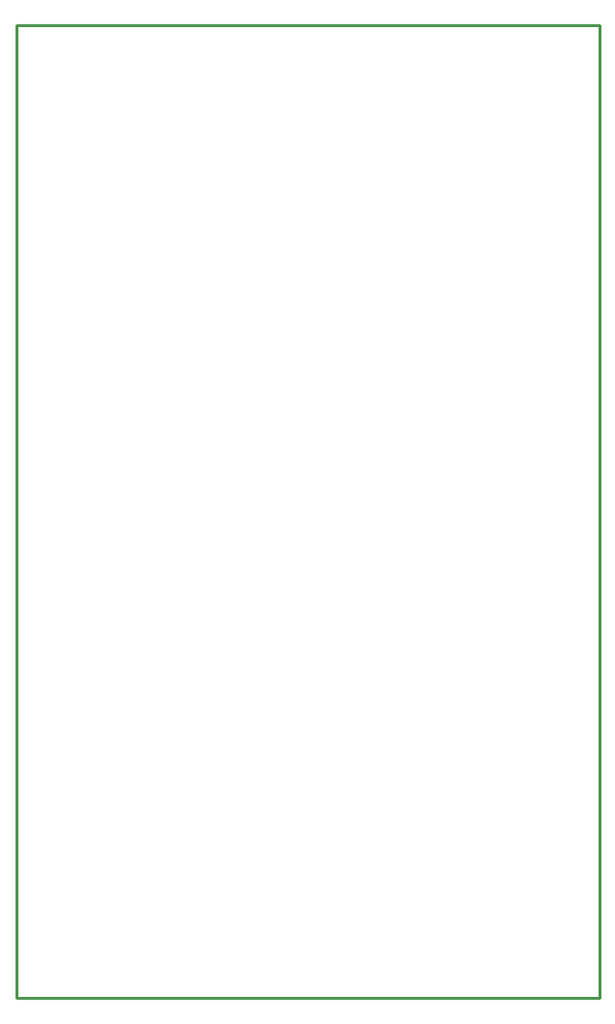
<source format=gm1>
%TF.GenerationSoftware,KiCad,Pcbnew,5.99.0-unknown-140f4a8d21~125~ubuntu20.04.1*%
%TF.CreationDate,2021-04-01T23:04:03+02:00*%
%TF.ProjectId,pi-hat-lorawan-gateway-minipci,70692d68-6174-42d6-9c6f-726177616e2d,rev?*%
%TF.SameCoordinates,Original*%
%TF.FileFunction,Profile,NP*%
%FSLAX46Y46*%
G04 Gerber Fmt 4.6, Leading zero omitted, Abs format (unit mm)*
G04 Created by KiCad (PCBNEW 5.99.0-unknown-140f4a8d21~125~ubuntu20.04.1) date 2021-04-01 23:04:03*
%MOMM*%
%LPD*%
G01*
G04 APERTURE LIST*
%TA.AperFunction,Profile*%
%ADD10C,0.254000*%
%TD*%
G04 APERTURE END LIST*
D10*
X122140000Y-59100000D02*
X173140000Y-59100000D01*
X173140000Y-144100000D02*
X173140000Y-59100000D01*
X122140000Y-144100000D02*
X122140000Y-59100000D01*
X122140000Y-144100000D02*
X173140000Y-144100000D01*
M02*

</source>
